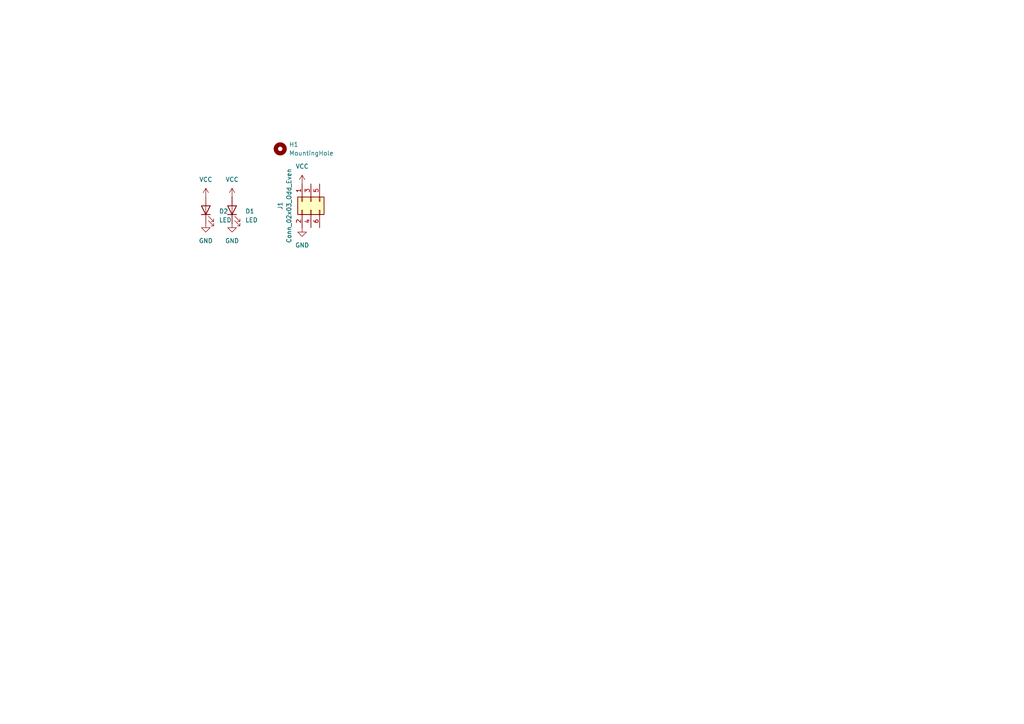
<source format=kicad_sch>
(kicad_sch (version 20231120) (generator "eeschema") (generator_version "8.0")
  (paper "A4")
  (lib_symbols
    (symbol "Connector_Generic:Conn_02x03_Odd_Even" (pin_names (offset 1.016) hide)
      (property "Reference" "J" (at 1.27 5.08 0))
      (property "Value" "Conn_02x03_Odd_Even" (at 1.27 -5.08 0))
      (symbol "Conn_02x03_Odd_Even_1_1"
        (rectangle (start -1.27 -2.413) (end 0 -2.667) (stroke (width 0.1524)))
        (rectangle (start -1.27 0.127) (end 0 -0.127) (stroke (width 0.1524)))
        (rectangle (start -1.27 2.667) (end 0 2.413) (stroke (width 0.1524)))
        (rectangle (start -1.27 3.81) (end 3.81 -3.81) (stroke (width 0.254)) (fill (type background)))
        (rectangle (start 3.81 -2.413) (end 2.54 -2.667) (stroke (width 0.1524)))
        (rectangle (start 3.81 0.127) (end 2.54 -0.127) (stroke (width 0.1524)))
        (rectangle (start 3.81 2.667) (end 2.54 2.413) (stroke (width 0.1524)))
        (pin passive line (at -5.08 2.54 0) (length 3.81) (name "Pin_1") (number "1"))
        (pin passive line (at 7.62 2.54 180) (length 3.81) (name "Pin_2") (number "2"))
        (pin passive line (at -5.08 0 0) (length 3.81) (name "Pin_3") (number "3"))
        (pin passive line (at 7.62 0 180) (length 3.81) (name "Pin_4") (number "4"))
        (pin passive line (at -5.08 -2.54 0) (length 3.81) (name "Pin_5") (number "5"))
        (pin passive line (at 7.62 -2.54 180) (length 3.81) (name "Pin_6") (number "6"))
      )
    )
    (symbol "Device:LED" (pin_numbers hide) (pin_names (offset 1.016) hide)
      (property "Reference" "D" (at 0 2.54 0))
      (property "Value" "LED" (at 0 -2.54 0))
      (symbol "LED_0_1"
        (polyline (pts (xy -1.27 -1.27) (xy -1.27 1.27)) (stroke (width 0.254)))
        (polyline (pts (xy -1.27 0) (xy 1.27 0)))
        (polyline (pts (xy 1.27 -1.27) (xy 1.27 1.27) (xy -1.27 0) (xy 1.27 -1.27)) (stroke (width 0.254)))
        (polyline (pts (xy -3.048 -0.762) (xy -4.572 -2.286) (xy -3.81 -2.286) (xy -4.572 -2.286) (xy -4.572 -1.524)))
        (polyline (pts (xy -1.778 -0.762) (xy -3.302 -2.286) (xy -2.54 -2.286) (xy -3.302 -2.286) (xy -3.302 -1.524)))
      )
      (symbol "LED_1_1"
        (pin passive line (at -3.81 0 0) (length 2.54) (name "K") (number "1"))
        (pin passive line (at 3.81 0 180) (length 2.54) (name "A") (number "2"))
      )
    )
    (symbol "Mechanical:MountingHole" (pin_names (offset 1.016)) (exclude_from_sim yes) (in_bom no)
      (property "Reference" "H" (at 0 5.08 0))
      (property "Value" "MountingHole" (at 0 3.175 0))
      (symbol "MountingHole_0_1"
        (circle (center 0 0) (radius 1.27) (stroke (width 1.27)))
      )
    )
    (symbol "power:GND" (power) (pin_numbers hide) (pin_names (offset 0) hide)
      (property "Value" "GND" (at 0 -3.81 0))
      (symbol "GND_0_1"
        (polyline (pts (xy 0 0) (xy 0 -1.27) (xy 1.27 -1.27) (xy 0 -2.54) (xy -1.27 -1.27) (xy 0 -1.27)))
      )
      (symbol "GND_1_1"
        (pin power_in line (at 0 0 270) (length 0) (name "~") (number "1"))
      )
    )
    (symbol "power:VCC" (power) (pin_numbers hide) (pin_names (offset 0) hide)
      (property "Value" "VCC" (at 0 3.556 0))
      (symbol "VCC_0_1"
        (polyline (pts (xy -0.762 1.27) (xy 0 2.54)))
        (polyline (pts (xy 0 0) (xy 0 2.54)))
        (polyline (pts (xy 0 2.54) (xy 0.762 1.27)))
      )
      (symbol "VCC_1_1"
        (pin power_in line (at 0 0 90) (length 0) (name "~") (number "1"))
      )
    )
  )
  (symbol (lib_id "Device:LED") (at 59.69 60.96 90) (unit 1)
    (property "Reference" "D2" (at 63.5 61.2774 90) (effects (justify right)))
    (property "Value" "LED" (at 63.5 63.8174 90) (effects (justify right)))
    (property "Footprint" "LED_SMD:LED_1206_3216Metric_Pad1.42x1.75mm_HandSolder" (effects (hide yes)))
    (property "Description" "Light emitting diode" (effects (hide yes)))
  )
  (symbol (lib_id "power:VCC") (at 67.31 57.15 0) (unit 1)
    (property "Reference" "#PWR01" (effects (hide yes)))
    (property "Value" "VCC" (at 67.31 52.07 0))
    (property "Description" "Power symbol creates a global label with name \"VCC\"" (effects (hide yes)))
  )
  (symbol (lib_id "power:GND") (at 87.63 66.04 0) (unit 1)
    (property "Reference" "#PWR03" (effects (hide yes)))
    (property "Value" "GND" (at 87.63 71.12 0))
    (property "Description" "Power symbol creates a global label with name \"GND\" , ground" (effects (hide yes)))
  )
  (symbol (lib_id "power:VCC") (at 87.63 53.34 0) (unit 1)
    (property "Reference" "#PWR04" (effects (hide yes)))
    (property "Value" "VCC" (at 87.63 48.26 0))
    (property "Description" "Power symbol creates a global label with name \"VCC\"" (effects (hide yes)))
  )
  (symbol (lib_id "Mechanical:MountingHole") (at 81.28 43.18 0) (unit 1) (exclude_from_sim yes) (in_bom no)
    (property "Reference" "H1" (at 83.82 41.9099 0) (effects (justify left)))
    (property "Value" "MountingHole" (at 83.82 44.4499 0) (effects (justify left)))
    (property "Footprint" "SAOAO:fingerboard_trucks" (effects (hide yes)))
    (property "Description" "Mounting Hole without connection" (effects (hide yes)))
  )
  (symbol (lib_id "power:GND") (at 67.31 64.77 0) (unit 1)
    (property "Reference" "#PWR02" (effects (hide yes)))
    (property "Value" "GND" (at 67.31 69.85 0))
    (property "Description" "Power symbol creates a global label with name \"GND\" , ground" (effects (hide yes)))
  )
  (symbol (lib_id "Connector_Generic:Conn_02x03_Odd_Even") (at 90.17 58.42 90) (mirror x) (unit 1)
    (property "Reference" "J1" (at 81.28 59.69 0))
    (property "Value" "Conn_02x03_Odd_Even" (at 83.82 59.69 0))
    (property "Footprint" "Connector_IDC:IDC-Header_2x03_P2.54mm_Vertical" (effects (hide yes)))
    (property "Description" "Generic connector, double row, 02x03, odd/even pin numbering scheme (row 1 odd numbers, row 2 even numbers), script generated (kicad-library-utils/schlib/autogen/connector/)" (effects (hide yes)))
  )
  (symbol (lib_id "power:GND") (at 59.69 64.77 0) (unit 1)
    (property "Reference" "#PWR06" (effects (hide yes)))
    (property "Value" "GND" (at 59.69 69.85 0))
    (property "Description" "Power symbol creates a global label with name \"GND\" , ground" (effects (hide yes)))
  )
  (symbol (lib_id "power:VCC") (at 59.69 57.15 0) (unit 1)
    (property "Reference" "#PWR05" (effects (hide yes)))
    (property "Value" "VCC" (at 59.69 52.07 0))
    (property "Description" "Power symbol creates a global label with name \"VCC\"" (effects (hide yes)))
  )
  (symbol (lib_id "Device:LED") (at 67.31 60.96 90) (unit 1)
    (property "Reference" "D1" (at 71.12 61.2774 90) (effects (justify right)))
    (property "Value" "LED" (at 71.12 63.8174 90) (effects (justify right)))
    (property "Footprint" "LED_SMD:LED_1206_3216Metric_Pad1.42x1.75mm_HandSolder" (effects (hide yes)))
    (property "Description" "Light emitting diode" (effects (hide yes)))
  )
)
</source>
